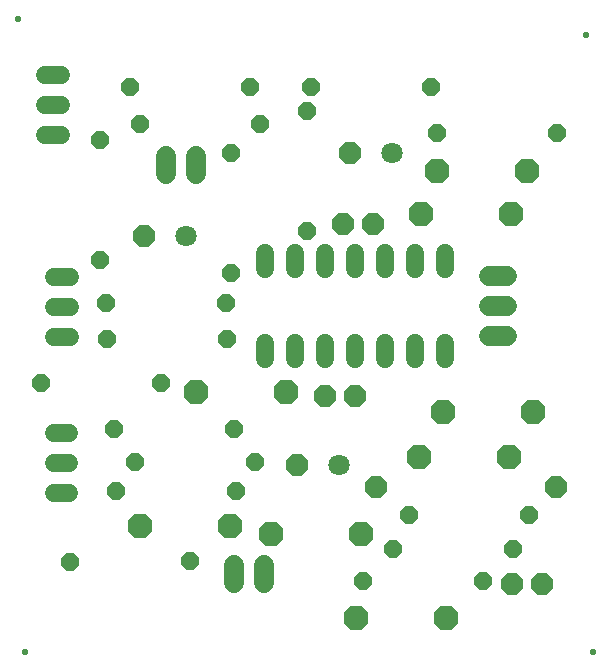
<source format=gbr>
G04 EAGLE Gerber RS-274X export*
G75*
%MOMM*%
%FSLAX34Y34*%
%LPD*%
%INSoldermask Bottom*%
%IPPOS*%
%AMOC8*
5,1,8,0,0,1.08239X$1,22.5*%
G01*
%ADD10C,0.553200*%
%ADD11P,2.281895X8X22.500000*%
%ADD12P,2.281895X8X202.500000*%
%ADD13P,1.951982X8X202.500000*%
%ADD14C,1.524000*%
%ADD15P,1.649562X8X22.500000*%
%ADD16P,1.649562X8X202.500000*%
%ADD17P,1.649562X8X203.000000*%
%ADD18P,1.649562X8X292.500000*%
%ADD19C,1.803400*%
%ADD20P,1.951982X8X22.500000*%
%ADD21C,1.727200*%


D10*
X190026Y109164D03*
X670653Y109131D03*
X664978Y631269D03*
X183833Y644536D03*
D11*
X398076Y209060D03*
X474276Y209060D03*
X470379Y137646D03*
X546579Y137646D03*
X525168Y479523D03*
X601368Y479523D03*
X538900Y516208D03*
X615100Y516208D03*
D12*
X599976Y273662D03*
X523776Y273662D03*
D11*
X543677Y312248D03*
X619877Y312248D03*
D13*
X627597Y166742D03*
X602197Y166742D03*
D12*
X410825Y328883D03*
X334625Y328883D03*
X363759Y215275D03*
X287559Y215275D03*
D14*
X393155Y356996D02*
X393155Y370204D01*
X418555Y370204D02*
X418555Y356996D01*
X545555Y356996D02*
X545555Y370204D01*
X545555Y433196D02*
X545555Y446404D01*
X443955Y370204D02*
X443955Y356996D01*
X469355Y356996D02*
X469355Y370204D01*
X520155Y370204D02*
X520155Y356996D01*
X494755Y356996D02*
X494755Y370204D01*
X520155Y433196D02*
X520155Y446404D01*
X494755Y446404D02*
X494755Y433196D01*
X469355Y433196D02*
X469355Y446404D01*
X443955Y446404D02*
X443955Y433196D01*
X418555Y433196D02*
X418555Y446404D01*
X393155Y446404D02*
X393155Y433196D01*
D15*
X432148Y587358D03*
X533748Y587358D03*
X538401Y548056D03*
X640001Y548056D03*
X476267Y168918D03*
X577867Y168918D03*
D16*
X603435Y196228D03*
X501835Y196228D03*
D15*
X515407Y224559D03*
X617007Y224559D03*
D17*
X329521Y185593D03*
X227925Y184706D03*
D15*
X283268Y269819D03*
X384868Y269819D03*
X265041Y297329D03*
X366641Y297329D03*
D14*
X227794Y426476D02*
X214586Y426476D01*
X214586Y375676D02*
X227794Y375676D01*
X227794Y401076D02*
X214586Y401076D01*
X214064Y294232D02*
X227272Y294232D01*
X227272Y243432D02*
X214064Y243432D01*
X214064Y268832D02*
X227272Y268832D01*
X220135Y597280D02*
X206927Y597280D01*
X206927Y546480D02*
X220135Y546480D01*
X220135Y571880D02*
X206927Y571880D01*
D16*
X388638Y555944D03*
X287038Y555944D03*
X368228Y245053D03*
X266628Y245053D03*
X304908Y336380D03*
X203308Y336380D03*
X360241Y404014D03*
X258641Y404014D03*
X361208Y373743D03*
X259608Y373743D03*
D18*
X428779Y567099D03*
X428779Y465499D03*
D16*
X380213Y587293D03*
X278613Y587293D03*
D18*
X364091Y531612D03*
X364091Y430012D03*
D13*
X291048Y460756D03*
D19*
X326608Y460756D03*
D18*
X253164Y542131D03*
X253164Y440531D03*
D13*
X420242Y266959D03*
D19*
X455802Y266959D03*
D13*
X469355Y325500D03*
X443955Y325500D03*
X465458Y531764D03*
D19*
X501018Y531764D03*
D20*
X459221Y471108D03*
X484621Y471108D03*
D21*
X582461Y426905D02*
X597701Y426905D01*
X597701Y401505D02*
X582461Y401505D01*
X582461Y376105D02*
X597701Y376105D01*
X309522Y513790D02*
X309522Y529030D01*
X334922Y529030D02*
X334922Y513790D01*
X367040Y182199D02*
X367040Y166959D01*
X392440Y166959D02*
X392440Y182199D01*
D13*
X639186Y248770D03*
X486786Y248770D03*
M02*

</source>
